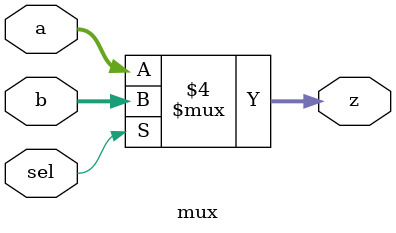
<source format=v>
`timescale 1ns / 1ps

module mux #(parameter WORD_SIZE = 32)
            (input [WORD_SIZE - 1 : 0] a, b,
             input sel,
             output reg [WORD_SIZE - 1 : 0] z);
             
    always @ (*) begin
        if (!sel)
            z <= a;
        else
            z <= b;
    end
endmodule
</source>
